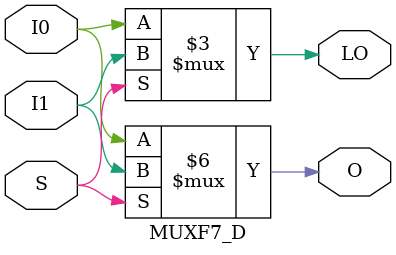
<source format=v>

`timescale  1 ps / 1 ps


module MUXF7_D (LO, O, I0, I1, S);

    output LO, O;
    reg    O, LO;

    input  I0, I1, S;

	always @(I0 or I1 or S)
            if (S) begin
		O = I1;
		LO = I1;
            end
	    else begin
		O = I0;
		LO = I0;
	    end
endmodule


</source>
